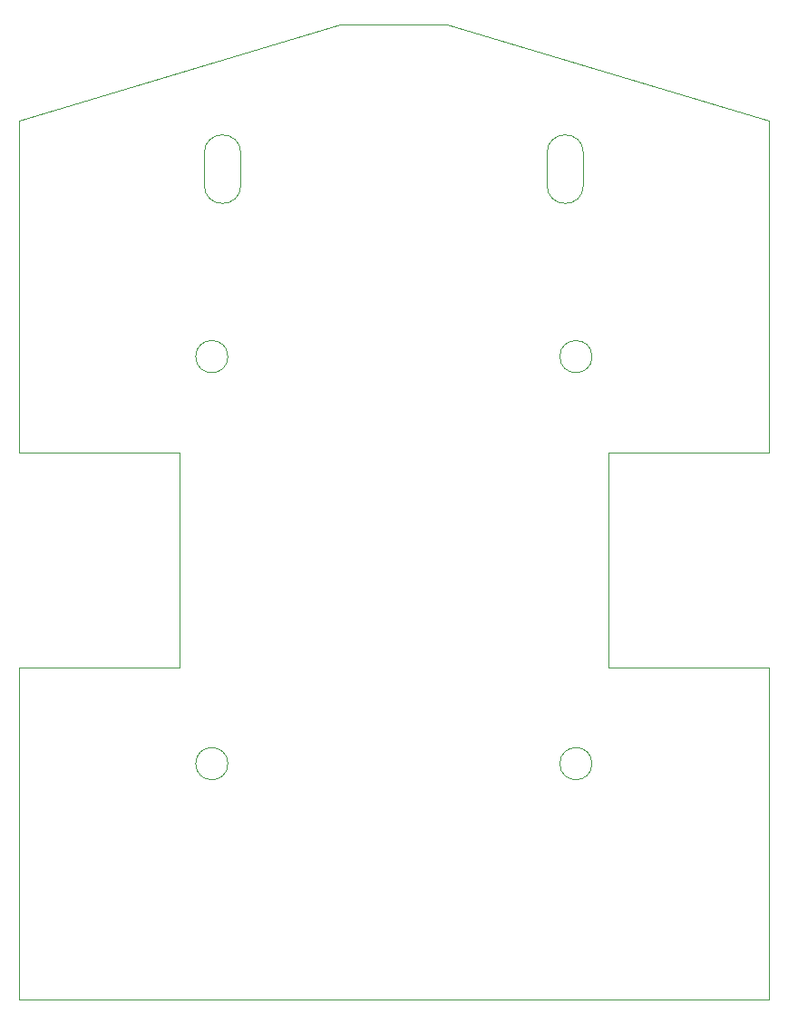
<source format=gbr>
%TF.GenerationSoftware,KiCad,Pcbnew,(5.1.6)-1*%
%TF.CreationDate,2023-05-06T22:04:27+09:00*%
%TF.ProjectId,RX621,52583632-312e-46b6-9963-61645f706362,rev?*%
%TF.SameCoordinates,Original*%
%TF.FileFunction,Profile,NP*%
%FSLAX46Y46*%
G04 Gerber Fmt 4.6, Leading zero omitted, Abs format (unit mm)*
G04 Created by KiCad (PCBNEW (5.1.6)-1) date 2023-05-06 22:04:27*
%MOMM*%
%LPD*%
G01*
G04 APERTURE LIST*
%TA.AperFunction,Profile*%
%ADD10C,0.050000*%
%TD*%
G04 APERTURE END LIST*
D10*
X220300000Y-79000000D02*
G75*
G02*
X223700000Y-79000000I1700000J0D01*
G01*
X223700000Y-82000000D02*
G75*
G02*
X220300000Y-82000000I-1700000J0D01*
G01*
X223700000Y-82000000D02*
X223700000Y-79000000D01*
X188300000Y-79000000D02*
G75*
G02*
X191700000Y-79000000I1700000J0D01*
G01*
X191700000Y-82000000D02*
G75*
G02*
X188300000Y-82000000I-1700000J0D01*
G01*
X188300000Y-79000000D02*
X188300000Y-82000000D01*
X191700000Y-79000000D02*
X191700000Y-82000000D01*
X220300000Y-79000000D02*
X220300000Y-82000000D01*
X186000000Y-127000000D02*
X186000000Y-117000000D01*
X186000000Y-117000000D02*
X186000000Y-107000000D01*
X201000000Y-67000000D02*
X171000000Y-76000000D01*
X241000000Y-76000000D02*
X211000000Y-67000000D01*
X241000000Y-76000000D02*
X241000000Y-84000000D01*
X171000000Y-84000000D02*
X171000000Y-76000000D01*
X241000000Y-127000000D02*
X241000000Y-158000000D01*
X241000000Y-107000000D02*
X241000000Y-84000000D01*
X226000000Y-127000000D02*
X241000000Y-127000000D01*
X226000000Y-126000000D02*
X226000000Y-127000000D01*
X226000000Y-107000000D02*
X241000000Y-107000000D01*
X226000000Y-108000000D02*
X226000000Y-107000000D01*
X171000000Y-107000000D02*
X171000000Y-84000000D01*
X171000000Y-158000000D02*
X171000000Y-127000000D01*
X186000000Y-127000000D02*
X171000000Y-127000000D01*
X171000000Y-107000000D02*
X186000000Y-107000000D01*
X224500000Y-136000000D02*
G75*
G03*
X224500000Y-136000000I-1500000J0D01*
G01*
X190500000Y-136000000D02*
G75*
G03*
X190500000Y-136000000I-1500000J0D01*
G01*
X190500000Y-98000000D02*
G75*
G03*
X190500000Y-98000000I-1500000J0D01*
G01*
X224500000Y-98000000D02*
G75*
G03*
X224500000Y-98000000I-1500000J0D01*
G01*
X206000000Y-67000000D02*
X211000000Y-67000000D01*
X206000000Y-67000000D02*
X201000000Y-67000000D01*
X226000000Y-126000000D02*
X226000000Y-108000000D01*
X171000000Y-158000000D02*
X241000000Y-158000000D01*
M02*

</source>
